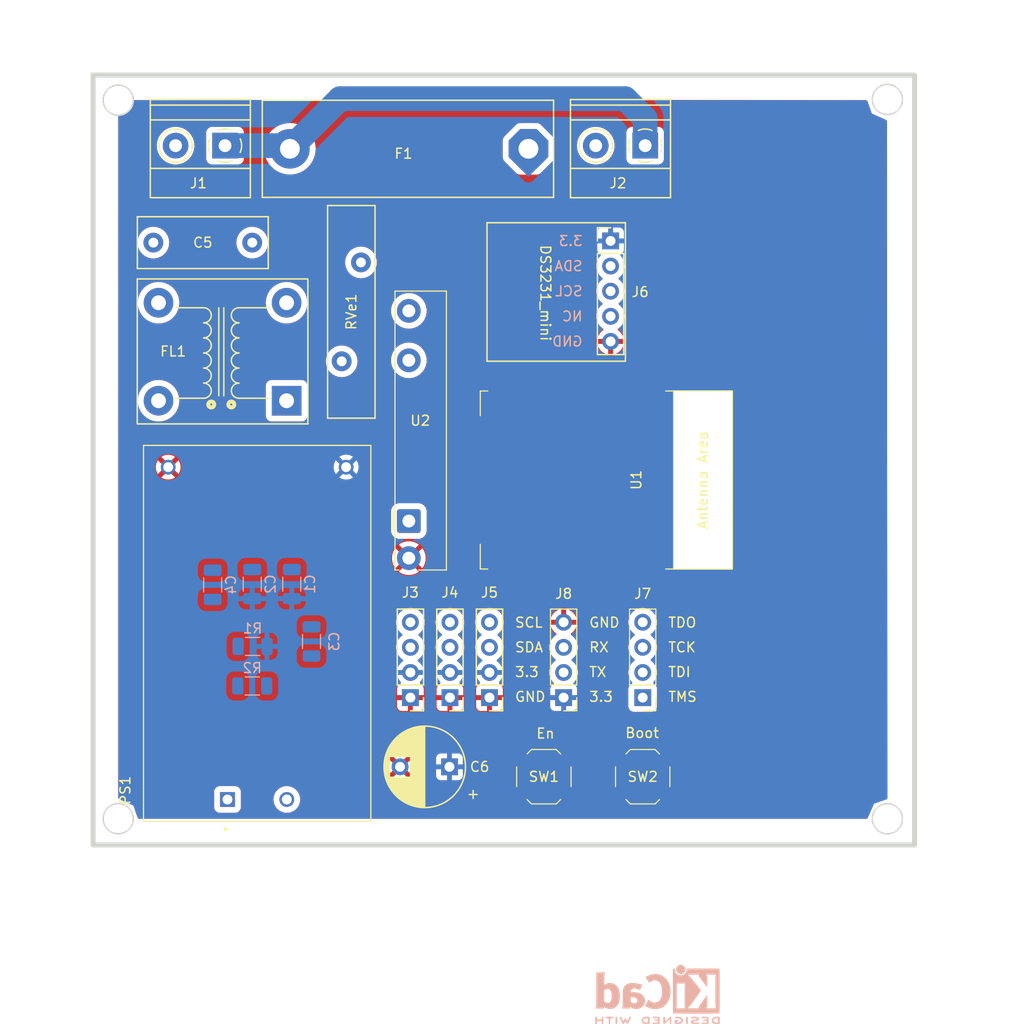
<source format=kicad_pcb>
(kicad_pcb (version 20221018) (generator pcbnew)
  (title_block (title "IOTV_ID-5") (date "2023-03-20") (company "Вербкин М.С."))
  (layers (0 "F.Cu" signal) (31 "B.Cu" signal) (34 "B.Paste" user) (35 "F.Paste" user) (36 "B.SilkS" user "B.Silkscreen") (37 "F.SilkS" user "F.Silkscreen") (38 "B.Mask" user) (39 "F.Mask" user) (44 "Edge.Cuts" user))
  (net 0 "")
  (net 1 "GND")
  (net 2 "+3.3V")
  (net 3 "~220")
  (net 4 "EN")
  (net 5 "Net-(C4-Pad1)")
  (net 6 "SDA")
  (net 7 "SCL")
  (net 8 "SSD-1")
  (net 9 "Net-(J1-Pin_1)")
  (net 10 "Net-(PS1-AC2)")
  (net 11 "Net-(PS1-AC1)")
  (net 12 "SSD-2")
  (net 13 "TMS")
  (net 17 "TDI")
  (net 24 "TCK")
  (net 25 "TDO")
  (net 26 "U0TX")
  (net 27 "U0RX")
  (net 29 "GPIO0")
  (net 36 "GPIO34")
  (footprint "Capacitor_THT:C_Rect_L13.0mm_W5.0mm_P10.00mm_FKS3_FKP3_MKS4" (layer "F.Cu") (at 117.694 65.204 180)
    (fp_text reference "C5" (at 5 0) (layer "F.SilkS"))
    (fp_text value "C_Generic")
    (pad "1" thru_hole circle (at 0 0 180) (size 2 2) (drill 1) (layers "*.Cu" "*.Mask") (net 3 "~220"))
    (pad "2" thru_hole circle (at 10 0 180) (size 2 2) (drill 1) (layers "*.Cu" "*.Mask") (net 8 "SSD-1"))
  )
  (footprint "Connector_PinHeader_2.54mm:PinHeader_1x04_P2.54mm_Vertical" (layer "F.Cu") (at 149.194 111.204 180)
    (fp_text reference "J8" (at 0 10.5) (layer "F.SilkS"))
    (fp_text value "UART")
    (pad "1" thru_hole rect (at 0 0 180) (size 1.7 1.7) (drill 1) (layers "*.Cu" "*.Mask") (net 2 "+3.3V"))
    (pad "2" thru_hole oval (at 0 2.54 180) (size 1.7 1.7) (drill 1) (layers "*.Cu" "*.Mask") (net 26 "U0TX"))
    (pad "3" thru_hole oval (at 0 5.08 180) (size 1.7 1.7) (drill 1) (layers "*.Cu" "*.Mask") (net 27 "U0RX"))
    (pad "4" thru_hole oval (at 0 7.62 180) (size 1.7 1.7) (drill 1) (layers "*.Cu" "*.Mask") (net 1 "GND"))
  )
  (footprint "Espressif:ESP32-WROOM-32E" (layer "F.Cu") (at 151.764 89.204 -90)
    (fp_text reference "U1" (at 0 -4.782 90) (layer "F.SilkS"))
    (fp_text value "ESP32-WROOM-E")
    (fp_text user "Antenna Area" (at 0 -11.5 90) (layer "F.SilkS"))
    (pad "1" smd rect (at -8.75 -7.01 270) (size 1.5 0.9) (layers "F.Cu" "F.Paste" "F.Mask") (net 1 "GND"))
    (pad "2" smd rect (at -8.75 -5.74 270) (size 1.5 0.9) (layers "F.Cu" "F.Paste" "F.Mask") (net 2 "+3.3V"))
    (pad "3" smd rect (at -8.75 -4.47 270) (size 1.5 0.9) (layers "F.Cu" "F.Paste" "F.Mask") (net 4 "EN"))
    (pad "4" smd rect (at -8.75 -3.2 270) (size 1.5 0.9) (layers "F.Cu" "F.Paste" "F.Mask"))
    (pad "5" smd rect (at -8.75 -1.93 270) (size 1.5 0.9) (layers "F.Cu" "F.Paste" "F.Mask"))
    (pad "6" smd rect (at -8.75 -0.66 270) (size 1.5 0.9) (layers "F.Cu" "F.Paste" "F.Mask") (net 36 "GPIO34"))
    (pad "7" smd rect (at -8.75 0.61 270) (size 1.5 0.9) (layers "F.Cu" "F.Paste" "F.Mask"))
    (pad "8" smd rect (at -8.75 1.88 270) (size 1.5 0.9) (layers "F.Cu" "F.Paste" "F.Mask"))
    (pad "9" smd rect (at -8.75 3.15 270) (size 1.5 0.9) (layers "F.Cu" "F.Paste" "F.Mask"))
    (pad "10" smd rect (at -8.75 4.42 270) (size 1.5 0.9) (layers "F.Cu" "F.Paste" "F.Mask"))
    (pad "11" smd rect (at -8.75 5.69 270) (size 1.5 0.9) (layers "F.Cu" "F.Paste" "F.Mask"))
    (pad "12" smd rect (at -8.75 6.96 270) (size 1.5 0.9) (layers "F.Cu" "F.Paste" "F.Mask"))
    (pad "13" smd rect (at -8.75 8.23 270) (size 1.5 0.9) (layers "F.Cu" "F.Paste" "F.Mask") (net 13 "TMS"))
    (pad "14" smd rect (at -8.75 9.5 270) (size 1.5 0.9) (layers "F.Cu" "F.Paste" "F.Mask") (net 17 "TDI"))
    (pad "15" smd rect (at -5.72 10.75) (size 1.5 0.9) (layers "F.Cu" "F.Paste" "F.Mask") (net 1 "GND"))
    (pad "16" smd rect (at -4.45 10.75) (size 1.5 0.9) (layers "F.Cu" "F.Paste" "F.Mask") (net 24 "TCK"))
    (pad "17" smd rect (at -3.18 10.75) (size 1.5 0.9) (layers "F.Cu" "F.Paste" "F.Mask"))
    (pad "18" smd rect (at -1.91 10.75) (size 1.5 0.9) (layers "F.Cu" "F.Paste" "F.Mask"))
    (pad "19" smd rect (at -0.64 10.75) (size 1.5 0.9) (layers "F.Cu" "F.Paste" "F.Mask"))
    (pad "20" smd rect (at 0.63 10.75) (size 1.5 0.9) (layers "F.Cu" "F.Paste" "F.Mask"))
    (pad "21" smd rect (at 1.9 10.75) (size 1.5 0.9) (layers "F.Cu" "F.Paste" "F.Mask"))
    (pad "22" smd rect (at 3.17 10.75) (size 1.5 0.9) (layers "F.Cu" "F.Paste" "F.Mask"))
    (pad "23" smd rect (at 4.44 10.75) (size 1.5 0.9) (layers "F.Cu" "F.Paste" "F.Mask") (net 25 "TDO"))
    (pad "24" smd rect (at 5.71 10.75) (size 1.5 0.9) (layers "F.Cu" "F.Paste" "F.Mask"))
    (pad "25" smd rect (at 8.75 9.5 90) (size 1.5 0.9) (layers "F.Cu" "F.Paste" "F.Mask") (net 29 "GPIO0"))
    (pad "26" smd rect (at 8.75 8.23 90) (size 1.5 0.9) (layers "F.Cu" "F.Paste" "F.Mask"))
    (pad "27" smd rect (at 8.75 6.96 90) (size 1.5 0.9) (layers "F.Cu" "F.Paste" "F.Mask"))
    (pad "28" smd rect (at 8.75 5.69 90) (size 1.5 0.9) (layers "F.Cu" "F.Paste" "F.Mask"))
    (pad "29" smd rect (at 8.75 4.42 90) (size 1.5 0.9) (layers "F.Cu" "F.Paste" "F.Mask"))
    (pad "30" smd rect (at 8.75 3.15 90) (size 1.5 0.9) (layers "F.Cu" "F.Paste" "F.Mask"))
    (pad "31" smd rect (at 8.75 1.88 90) (size 1.5 0.9) (layers "F.Cu" "F.Paste" "F.Mask"))
    (pad "32" smd rect (at 8.75 0.61 90) (size 1.5 0.9) (layers "F.Cu" "F.Paste" "F.Mask"))
    (pad "33" smd rect (at 8.75 -0.66 90) (size 1.5 0.9) (layers "F.Cu" "F.Paste" "F.Mask") (net 6 "SDA"))
    (pad "34" smd rect (at 8.75 -1.93 90) (size 1.5 0.9) (layers "F.Cu" "F.Paste" "F.Mask") (net 27 "U0RX"))
    (pad "35" smd rect (at 8.75 -3.2 90) (size 1.5 0.9) (layers "F.Cu" "F.Paste" "F.Mask") (net 26 "U0TX"))
    (pad "36" smd rect (at 8.75 -4.47 90) (size 1.5 0.9) (layers "F.Cu" "F.Paste" "F.Mask") (net 7 "SCL"))
    (pad "37" smd rect (at 8.75 -5.74 90) (size 1.5 0.9) (layers "F.Cu" "F.Paste" "F.Mask"))
    (pad "38" smd rect (at 8.75 -7.01 90) (size 1.5 0.9) (layers "F.Cu" "F.Paste" "F.Mask") (net 1 "GND"))
    (pad "39" smd rect (at -2.9 -0.69 90) (size 0.9 0.9) (layers "F.Cu" "F.Paste" "F.Mask") (net 1 "GND"))
    (pad "39" smd rect (at -2.9 -0.69 90) (size 0.9 0.9) (layers "F.Cu" "F.Paste" "F.Mask") (net 1 "GND"))
    (pad "39" smd rect (at -2.9 0.71 90) (size 0.9 0.9) (layers "F.Cu" "F.Paste" "F.Mask") (net 1 "GND"))
    (pad "39" smd rect (at -2.9 2.11 90) (size 0.9 0.9) (layers "F.Cu" "F.Paste" "F.Mask") (net 1 "GND"))
    (pad "39" smd rect (at -2.9 2.11 90) (size 0.9 0.9) (layers "F.Cu" "F.Paste" "F.Mask") (net 1 "GND"))
    (pad "39" smd rect (at -1.5 -0.69 90) (size 0.9 0.9) (layers "F.Cu" "F.Paste" "F.Mask") (net 1 "GND"))
    (pad "39" smd rect (at -1.5 0.71 90) (size 0.9 0.9) (layers "F.Cu" "F.Paste" "F.Mask") (net 1 "GND"))
    (pad "39" smd rect (at -1.5 2.11 90) (size 0.9 0.9) (layers "F.Cu" "F.Paste" "F.Mask") (net 1 "GND"))
    (pad "39" smd rect (at -1.5 2.11 90) (size 0.9 0.9) (layers "F.Cu" "F.Paste" "F.Mask") (net 1 "GND"))
    (pad "39" smd rect (at -0.1 -0.69 90) (size 0.9 0.9) (layers "F.Cu" "F.Paste" "F.Mask") (net 1 "GND"))
    (pad "39" smd rect (at -0.1 0.71 90) (size 0.9 0.9) (layers "F.Cu" "F.Paste" "F.Mask") (net 1 "GND"))
    (pad "39" smd rect (at -0.1 2.11 90) (size 0.9 0.9) (layers "F.Cu" "F.Paste" "F.Mask") (net 1 "GND"))
    (zone (net 0) (net_name "") (layers "*.Cu") (name "antenna keepout") (connect_pads (clearance 0)) (min_thickness 0.254)
      (keepout (tracks not_allowed) (vias not_allowed) (pads not_allowed) (copperpour not_allowed) (footprints not_allowed))
      (fill (thermal_gap 0.508) (thermal_bridge_width 0.508))
      (polygon (pts (xy 160.314 98.204) (xy 160.314 80.204) (xy 166.264 80.204) (xy 166.264 98.204)))
    )
  )
  (footprint "Button_Switch_SMD:SW_SPST_TL3342" (layer "F.Cu") (at 157.194 119.204)
    (fp_text reference "SW2" (at 0 0) (layer "F.SilkS"))
    (fp_text value "Boot")
    (pad "1" smd rect (at -3.15 -1.9) (size 1.7 1) (layers "F.Cu" "F.Paste" "F.Mask") (net 29 "GPIO0"))
    (pad "1" smd rect (at 3.15 -1.9) (size 1.7 1) (layers "F.Cu" "F.Paste" "F.Mask") (net 29 "GPIO0"))
    (pad "2" smd rect (at -3.15 1.9) (size 1.7 1) (layers "F.Cu" "F.Paste" "F.Mask") (net 1 "GND"))
    (pad "2" smd rect (at 3.15 1.9) (size 1.7 1) (layers "F.Cu" "F.Paste" "F.Mask") (net 1 "GND"))
  )
  (footprint "Connector_PinHeader_2.54mm:PinHeader_1x04_P2.54mm_Vertical" (layer "F.Cu") (at 133.694 111.204 180)
    (fp_text reference "J3" (at 0 10.62 180) (layer "F.SilkS"))
    (fp_text value "Conn_01x04")
    (pad "1" thru_hole rect (at 0 0 180) (size 1.7 1.7) (drill 1) (layers "*.Cu" "*.Mask") (net 1 "GND"))
    (pad "2" thru_hole oval (at 0 2.54 180) (size 1.7 1.7) (drill 1) (layers "*.Cu" "*.Mask") (net 2 "+3.3V"))
    (pad "3" thru_hole oval (at 0 5.08 180) (size 1.7 1.7) (drill 1) (layers "*.Cu" "*.Mask") (net 6 "SDA"))
    (pad "4" thru_hole oval (at 0 7.62 180) (size 1.7 1.7) (drill 1) (layers "*.Cu" "*.Mask") (net 7 "SCL"))
  )
  (footprint "OptoDevice:Finder_34.81" (layer "F.Cu") (at 133.5365 93.354 90)
    (fp_text reference "U2" (at 10.15 1.1575 180) (layer "F.SilkS"))
    (fp_text value "G7DA-28 (Z)D3 8A/240V (3-32V)")
    (pad "11" thru_hole circle (at 16.25 0 90) (size 2.4 2.4) (drill 1.3) (layers "*.Cu" "*.Mask") (net 8 "SSD-1"))
    (pad "14" thru_hole circle (at 21.25 0 90) (size 2.4 2.4) (drill 1.3) (layers "*.Cu" "*.Mask") (net 12 "SSD-2"))
    (pad "A1" thru_hole roundrect (at 0 0 90) (size 2.4 2.4) (drill 1.3) (layers "*.Cu" "*.Mask") (roundrect_rratio 0.104) (net 36 "GPIO34"))
    (pad "A2" thru_hole circle (at -3.75 0 90) (size 2.4 2.4) (drill 1.3) (layers "*.Cu" "*.Mask") (net 1 "GND"))
  )
  (footprint "Connector_PinHeader_2.54mm:PinHeader_1x04_P2.54mm_Vertical" (layer "F.Cu") (at 141.694 111.204 180)
    (fp_text reference "J5" (at 0 10.62 180) (layer "F.SilkS"))
    (fp_text value "Conn_01x04")
    (pad "1" thru_hole rect (at 0 0 180) (size 1.7 1.7) (drill 1) (layers "*.Cu" "*.Mask") (net 1 "GND"))
    (pad "2" thru_hole oval (at 0 2.54 180) (size 1.7 1.7) (drill 1) (layers "*.Cu" "*.Mask") (net 2 "+3.3V"))
    (pad "3" thru_hole oval (at 0 5.08 180) (size 1.7 1.7) (drill 1) (layers "*.Cu" "*.Mask") (net 6 "SDA"))
    (pad "4" thru_hole oval (at 0 7.62 180) (size 1.7 1.7) (drill 1) (layers "*.Cu" "*.Mask") (net 7 "SCL"))
  )
  (footprint "Fuse:Fuseholder_Cylinder-5x20mm_Schurter_0031_8201_Horizontal_Open_v2" (layer "F.Cu") (at 121.506 55.719)
    (fp_text reference "F1" (at 11.489 0.485) (layer "F.SilkS"))
    (fp_text value "0.5")
    (pad "1" thru_hole circle (at 0 0) (size 4 4) (drill 2) (layers "*.Cu" "*.Mask") (net 9 "Net-(J1-Pin_1)"))
    (pad "2" thru_hole custom (at 24.13 0) (size 4 4) (drill 2) (layers "*.Cu" "*.Mask") (net 3 "~220") (options (clearance convexhull) (anchor circle)) (primitives (gr_poly (pts (xy 1.95 0.807717) (xy 0.807717 1.95) (xy -0.807717 1.95) (xy -1.95 0.807717) (xy -1.95 -0.807717) (xy -0.807717 -1.95) (xy 0.807717 -1.95) (xy 1.95 -0.807717)) (width 0.1) (fill yes))))
  )
  (footprint "HLK-5M05:CONV_HLK-5M05" (layer "F.Cu") (at 118.194 104.704 90)
    (fp_text reference "PS1" (at -15.875 -13.335 90) (layer "F.SilkS"))
    (fp_text value "HLK-5M05")
    (pad "1" thru_hole rect (at -16.8 -3 90) (size 1.5 1.5) (drill 1) (layers "*.Cu" "*.Mask") (net 11 "Net-(PS1-AC1)"))
    (pad "2" thru_hole circle (at -16.8 3 90) (size 1.5 1.5) (drill 1) (layers "*.Cu" "*.Mask") (net 10 "Net-(PS1-AC2)"))
    (pad "3" thru_hole circle (at 16.8 -9 90) (size 1.5 1.5) (drill 1) (layers "*.Cu" "*.Mask") (net 1 "GND"))
    (pad "4" thru_hole circle (at 16.8 9 90) (size 1.5 1.5) (drill 1) (layers "*.Cu" "*.Mask") (net 2 "+3.3V"))
  )
  (footprint "TerminalBlock_Phoenix:TerminalBlock_Phoenix_MKDS-1,5-2_1x02_P5.00mm_Horizontal" (layer "F.Cu") (at 114.944 55.399 180)
    (fp_text reference "J1" (at 2.691 -3.805) (layer "F.SilkS"))
    (fp_text value "Screw_Terminal_01x02")
    (pad "1" thru_hole rect (at 0 0 180) (size 2.6 2.6) (drill 1.3) (layers "*.Cu" "*.Mask") (net 9 "Net-(J1-Pin_1)"))
    (pad "2" thru_hole circle (at 5 0 180) (size 2.6 2.6) (drill 1.3) (layers "*.Cu" "*.Mask") (net 8 "SSD-1"))
  )
  (footprint "Connector_PinHeader_2.54mm:PinHeader_1x04_P2.54mm_Vertical" (layer "F.Cu") (at 137.694 111.204 180)
    (fp_text reference "J4" (at 0 10.62 180) (layer "F.SilkS"))
    (fp_text value "Conn_01x04")
    (pad "1" thru_hole rect (at 0 0 180) (size 1.7 1.7) (drill 1) (layers "*.Cu" "*.Mask") (net 1 "GND"))
    (pad "2" thru_hole oval (at 0 2.54 180) (size 1.7 1.7) (drill 1) (layers "*.Cu" "*.Mask") (net 2 "+3.3V"))
    (pad "3" thru_hole oval (at 0 5.08 180) (size 1.7 1.7) (drill 1) (layers "*.Cu" "*.Mask") (net 6 "SDA"))
    (pad "4" thru_hole oval (at 0 7.62 180) (size 1.7 1.7) (drill 1) (layers "*.Cu" "*.Mask") (net 7 "SCL"))
  )
  (footprint "Button_Switch_SMD:SW_SPST_TL3342" (layer "F.Cu") (at 147.194 119.204)
    (fp_text reference "SW1" (at 0 0) (layer "F.SilkS"))
    (fp_text value "RST")
    (pad "1" smd rect (at -3.15 -1.9) (size 1.7 1) (layers "F.Cu" "F.Paste" "F.Mask") (net 5 "Net-(C4-Pad1)"))
    (pad "1" smd rect (at 3.15 -1.9) (size 1.7 1) (layers "F.Cu" "F.Paste" "F.Mask") (net 5 "Net-(C4-Pad1)"))
    (pad "2" smd rect (at -3.15 1.9) (size 1.7 1) (layers "F.Cu" "F.Paste" "F.Mask") (net 1 "GND"))
    (pad "2" smd rect (at 3.15 1.9) (size 1.7 1) (layers "F.Cu" "F.Paste" "F.Mask") (net 1 "GND"))
  )
  (footprint "Capacitor_THT:CP_Radial_D8.0mm_P5.00mm" (layer "F.Cu") (at 137.647 118.204 180)
    (fp_text reference "C6" (at -3.047 0 180) (layer "F.SilkS"))
    (fp_text value "C_Generic")
    (pad "1" thru_hole rect (at 0 0 180) (size 1.7 1.7) (drill 1) (layers "*.Cu" "*.Mask") (net 2 "+3.3V"))
    (pad "2" thru_hole circle (at 5 0 180) (size 1.7 1.7) (drill 1) (layers "*.Cu" "*.Mask") (net 1 "GND"))
  )
  (footprint "PCM_Inductor_THT_AKL:L_CommonMode_Toroid_Vertical_10x13mm" (layer "F.Cu") (at 121.171 81.18875 180)
    (fp_text reference "FL1" (at 11.477 4.98475 180) (layer "F.SilkS"))
    (fp_text value "Filter_EMI_LL" hide)
    (pad "1" thru_hole rect (at 0 0 180) (size 3 3) (drill 1.5) (layers "*.Cu" "*.Mask") (net 10 "Net-(PS1-AC2)"))
    (pad "2" thru_hole circle (at 0 9.906 180) (size 3 3) (drill 1.5) (layers "*.Cu" "*.Mask") (net 3 "~220"))
    (pad "3" thru_hole circle (at 12.954 9.906 180) (size 3 3) (drill 1.5) (layers "*.Cu" "*.Mask") (net 8 "SSD-1"))
    (pad "4" thru_hole circle (at 12.954 0 180) (size 3 3) (drill 1.5) (layers "*.Cu" "*.Mask") (net 11 "Net-(PS1-AC1)"))
  )
  (footprint "TerminalBlock_Phoenix:TerminalBlock_Phoenix_MKDS-1,5-2_1x02_P5.00mm_Horizontal" (layer "F.Cu") (at 157.464 55.379 180)
    (fp_text reference "J2" (at 2.77 -3.825 180) (layer "F.SilkS"))
    (fp_text value "Screw_Terminal_01x02")
    (pad "1" thru_hole rect (at 0.02 -0.02 180) (size 2.6 2.6) (drill 1.3) (layers "*.Cu" "*.Mask") (net 9 "Net-(J1-Pin_1)"))
    (pad "2" thru_hole circle (at 5.02 -0.02 180) (size 2.6 2.6) (drill 1.3) (layers "*.Cu" "*.Mask") (net 12 "SSD-2"))
  )
  (footprint "Connector_PinHeader_2.54mm:PinHeader_1x05_P2.54mm_Vertical" (layer "F.Cu") (at 153.944 65.034)
    (fp_text reference "J6" (at 3 5.16 180) (layer "F.SilkS"))
    (fp_text value "Conn_01x05")
    (pad "1" thru_hole rect (at 0 0) (size 1.7 1.7) (drill 1) (layers "*.Cu" "*.Mask") (net 2 "+3.3V"))
    (pad "2" thru_hole oval (at 0 2.54) (size 1.7 1.7) (drill 1) (layers "*.Cu" "*.Mask") (net 6 "SDA"))
    (pad "3" thru_hole oval (at 0 5.08) (size 1.7 1.7) (drill 1) (layers "*.Cu" "*.Mask") (net 7 "SCL"))
    (pad "4" thru_hole oval (at 0 7.62) (size 1.7 1.7) (drill 1) (layers "*.Cu" "*.Mask"))
    (pad "5" thru_hole oval (at 0 10.16) (size 1.7 1.7) (drill 1) (layers "*.Cu" "*.Mask") (net 1 "GND"))
  )
  (footprint "Varistor:RV_Disc_D21.5mm_W4.8mm_P10mm" (layer "F.Cu") (at 128.694 67.204 -90)
    (fp_text reference "RVe1" (at 5 0.975 90) (layer "F.SilkS"))
    (fp_text value "Varistor")
    (pad "1" thru_hole circle (at 0 0 270) (size 2 2) (drill 1) (layers "*.Cu" "*.Mask") (net 3 "~220"))
    (pad "2" thru_hole circle (at 10 1.95 270) (size 2 2) (drill 1) (layers "*.Cu" "*.Mask") (net 8 "SSD-1"))
  )
  (footprint "Connector_PinHeader_2.54mm:PinHeader_1x04_P2.54mm_Vertical" (layer "F.Cu") (at 157.194 111.204 180)
    (fp_text reference "J7" (at 0 10.5) (layer "F.SilkS"))
    (fp_text value "JTAG")
    (pad "1" thru_hole rect (at 0 0 180) (size 1.7 1.7) (drill 1) (layers "*.Cu" "*.Mask") (net 13 "TMS"))
    (pad "2" thru_hole oval (at 0 2.54 180) (size 1.7 1.7) (drill 1) (layers "*.Cu" "*.Mask") (net 17 "TDI"))
    (pad "3" thru_hole oval (at 0 5.08 180) (size 1.7 1.7) (drill 1) (layers "*.Cu" "*.Mask") (net 24 "TCK"))
    (pad "4" thru_hole oval (at 0 7.62 180) (size 1.7 1.7) (drill 1) (layers "*.Cu" "*.Mask") (net 25 "TDO"))
  )
  (footprint "Symbol:KiCad-Logo2_5mm_SilkScreen" (layer "B.Cu") (at 158.694 141.204 180)
    (fp_text reference "REF**" hide)
    (fp_text value "KiCad-Logo2_5mm_SilkScreen" hide)
  )
  (footprint "Capacitor_SMD:C_1206_3216Metric" (layer "B.Cu") (at 121.694 99.729 90)
    (fp_text reference "C1" (at 0 1.85 90) (layer "B.SilkS") (effects (justify mirror)))
    (fp_text value "C_Generic")
    (pad "1" smd roundrect (at -1.475 0 90) (size 1.15 1.8) (layers "B.Cu" "B.Paste" "B.Mask") (roundrect_rratio 0.217391) (net 2 "+3.3V"))
    (pad "2" smd roundrect (at 1.475 0 90) (size 1.15 1.8) (layers "B.Cu" "B.Paste" "B.Mask") (roundrect_rratio 0.217391) (net 1 "GND"))
  )
  (footprint "Capacitor_SMD:C_1206_3216Metric" (layer "B.Cu") (at 113.694 99.804 90)
    (fp_text reference "C4" (at 0 1.85 90) (layer "B.SilkS") (effects (justify mirror)))
    (fp_text value "C_Generic")
    (pad "1" smd roundrect (at -1.475 0 90) (size 1.15 1.8) (layers "B.Cu" "B.Paste" "B.Mask") (roundrect_rratio 0.217391) (net 5 "Net-(C4-Pad1)"))
    (pad "2" smd roundrect (at 1.475 0 90) (size 1.15 1.8) (layers "B.Cu" "B.Paste" "B.Mask") (roundrect_rratio 0.217391) (net 1 "GND"))
  )
  (footprint "Resistor_SMD:R_1206_3216Metric" (layer "B.Cu") (at 117.694 110.029 180)
    (fp_text reference "R2" (at 0 1.82) (layer "B.SilkS") (effects (justify mirror)))
    (fp_text value "?")
    (pad "1" smd roundrect (at -1.4625 0 180) (size 1.125 1.75) (layers "B.Cu" "B.Paste" "B.Mask") (roundrect_rratio 0.222222) (net 5 "Net-(C4-Pad1)"))
    (pad "2" smd roundrect (at 1.4625 0 180) (size 1.125 1.75) (layers "B.Cu" "B.Paste" "B.Mask") (roundrect_rratio 0.222222) (net 4 "EN"))
  )
  (footprint "Resistor_SMD:R_1206_3216Metric" (layer "B.Cu") (at 117.7315 106.029 180)
    (fp_text reference "R1" (at 0 1.82) (layer "B.SilkS") (effects (justify mirror)))
    (fp_text value "10K")
    (pad "1" smd roundrect (at -1.4625 0 180) (size 1.125 1.75) (layers "B.Cu" "B.Paste" "B.Mask") (roundrect_rratio 0.222222) (net 2 "+3.3V"))
    (pad "2" smd roundrect (at 1.4625 0 180) (size 1.125 1.75) (layers "B.Cu" "B.Paste" "B.Mask") (roundrect_rratio 0.222222) (net 4 "EN"))
  )
  (footprint "Capacitor_SMD:C_1206_3216Metric" (layer "B.Cu") (at 117.694 99.729 90)
    (fp_text reference "C2" (at 0 1.85 90) (layer "B.SilkS") (effects (justify mirror)))
    (fp_text value "C_Generic")
    (pad "1" smd roundrect (at -1.475 0 90) (size 1.15 1.8) (layers "B.Cu" "B.Paste" "B.Mask") (roundrect_rratio 0.217391) (net 2 "+3.3V"))
    (pad "2" smd roundrect (at 1.475 0 90) (size 1.15 1.8) (layers "B.Cu" "B.Paste" "B.Mask") (roundrect_rratio 0.217391) (net 1 "GND"))
  )
  (footprint "Capacitor_SMD:C_1206_3216Metric" (layer "B.Cu") (at 123.694 105.529 -90)
    (fp_text reference "C3" (at 0 -2.3 90) (layer "B.SilkS") (effects (justify mirror)))
    (fp_text value "C_Generic")
    (pad "1" smd roundrect (at -1.475 0 270) (size 1.15 1.8) (layers "B.Cu" "B.Paste" "B.Mask") (roundrect_rratio 0.217391) (net 4 "EN"))
    (pad "2" smd roundrect (at 1.475 0 270) (size 1.15 1.8) (layers "B.Cu" "B.Paste" "B.Mask") (roundrect_rratio 0.217391) (net 1 "GND"))
  )
  (gr_line (start 141.444 63.194) (end 155.444 63.194) (stroke (width 0.15)) (layer "F.SilkS"))
  (gr_line (start 155.444 77.194) (end 141.444 77.194) (stroke (width 0.15)) (layer "F.SilkS"))
  (gr_line (start 155.444 63.194) (end 155.444 77.194) (stroke (width 0.15)) (layer "F.SilkS"))
  (gr_line (start 141.444 77.194) (end 141.444 63.194) (stroke (width 0.15)) (layer "F.SilkS"))
  (gr_circle (center 104.14 123.444) (end 105.664 123.444) (stroke (width 0.15)) (fill none) (layer "Edge.Cuts"))
  (gr_rect (start 101.6 48.26) (end 184.694 126.104) (stroke (width 0.5)) (fill none) (layer "Edge.Cuts"))
  (gr_circle (center 104.14 50.8) (end 105.664 50.8) (stroke (width 0.15)) (fill none) (layer "Edge.Cuts"))
  (gr_circle (center 181.944 123.454) (end 183.468 123.454) (stroke (width 0.15)) (fill none) (layer "Edge.Cuts"))
  (gr_circle (center 181.944 50.728) (end 183.468 50.728) (stroke (width 0.15)) (fill none) (layer "Edge.Cuts"))
  (gr_text "SCL" (at 151.194 70.704) (layer "B.SilkS") (effects (font (size 1 1)) (justify left bottom mirror)))
  (gr_text "SDA" (at 151.194 68.164) (layer "B.SilkS") (effects (font (size 1 1)) (justify left bottom mirror)))
  (gr_text "3.3" (at 151.194 65.624) (layer "B.SilkS") (effects (font (size 1 1)) (justify left bottom mirror)))
  (gr_text "GND" (at 151.194 75.784) (layer "B.SilkS") (effects (font (size 1 1)) (justify left bottom mirror)))
  (gr_text "NC" (at 151.194 73.244) (layer "B.SilkS") (effects (font (size 1 1)) (justify left bottom mirror)))
  (gr_text "RX" (at 151.694 106.704) (layer "F.SilkS") (effects (font (size 1 1)) (justify left bottom)))
  (gr_text "3.3" (at 151.694 111.704) (layer "F.SilkS") (effects (font (size 1 1)) (justify left bottom)))
  (gr_text "Boot" (at 155.3464 115.3668) (layer "F.SilkS") (effects (font (size 1 1)) (justify left bottom)))
  (gr_text "GND" (at 151.694 104.204) (layer "F.SilkS") (effects (font (size 1 1)) (justify left bottom)))
  (gr_text "SDA" (at 144.194 106.704) (layer "F.SilkS") (effects (font (size 1 1)) (justify left bottom)))
  (gr_text "GND" (at 144.194 111.704) (layer "F.SilkS") (effects (font (size 1 1)) (justify left bottom)))
  (gr_text "3.3" (at 144.194 109.204) (layer "F.SilkS") (effects (font (size 1 1)) (justify left bottom)))
  (gr_text "TCK" (at 159.694 106.704) (layer "F.SilkS") (effects (font (size 1 1)) (justify left bottom)))
  (gr_text "SCL" (at 144.194 104.204) (layer "F.SilkS") (effects (font (size 1 1)) (justify left bottom)))
  (gr_text "En" (at 146.3548 115.4176) (layer "F.SilkS") (effects (font (size 1 1)) (justify left bottom)))
  (gr_text "TX" (at 151.694 109.204) (layer "F.SilkS") (effects (font (size 1 1)) (justify left bottom)))
  (gr_text "TDI" (at 159.694 109.204) (layer "F.SilkS") (effects (font (size 1 1)) (justify left bottom)))
  (gr_text "TMS" (at 159.694 111.704) (layer "F.SilkS") (effects (font (size 1 1)) (justify left bottom)))
  (gr_text "TDO" (at 159.694 104.204) (layer "F.SilkS") (effects (font (size 1 1)) (justify left bottom)))
  (gr_text "DS3231_mini" (at 147.3564 70.3008 -90) (layer "F.SilkS") (effects (font (size 1 1))))
  (segment (start 126.577 50.6476) (end 121.506 55.719) (width 2.5) (layer "B.Cu") (net 9))
  (segment (start 121.186 55.399) (end 121.506 55.719) (width 2.5) (layer "B.Cu") (net 9))
  (segment (start 157.444 52.669) (end 155.423 50.6476) (width 2.5) (layer "B.Cu") (net 9))
  (segment (start 114.944 55.399) (end 121.186 55.399) (width 2.5) (layer "B.Cu") (net 9))
  (segment (start 155.423 50.6476) (end 126.577 50.6476) (width 2.5) (layer "B.Cu") (net 9))
  (segment (start 157.444 55.399) (end 157.444 52.669) (width 2.5) (layer "B.Cu") (net 9))
  (zone (net 1) (net_name "GND") (layer "F.Cu") (connect_pads (clearance 0.6)) (min_thickness 0.25) (fill yes (thermal_gap 0.5) (thermal_bridge_width 0.5) (smoothing chamfer))
    (polygon (pts (xy 104.14 50.804) (xy 142.817 50.758495) (xy 181.894 50.804) (xy 181.944 123.454) (xy 104.14 123.454)))
  )
  (zone (net 0) (net_name "") (layers "F&B.Cu") (connect_pads (clearance 0)) (min_thickness 0.25)
    (keepout (tracks allowed) (vias allowed) (pads allowed) (copperpour not_allowed) (footprints allowed))
    (fill (thermal_gap 0.5) (thermal_bridge_width 0.5))
    (polygon (pts (xy 104.144 123.457518) (xy 106.144 123.457518) (xy 105.671518 122.104) (xy 104.144 121.425518)))
  )
  (zone (net 0) (net_name "") (layers "F&B.Cu") (connect_pads (clearance 0)) (min_thickness 0.25)
    (keepout (tracks allowed) (vias allowed) (pads allowed) (copperpour not_allowed) (footprints allowed))
    (fill (thermal_gap 0.5) (thermal_bridge_width 0.5))
    (polygon (pts (xy 181.944 123.454) (xy 181.944 121.454) (xy 180.590482 121.926482) (xy 179.912 123.454)))
  )
  (zone (net 0) (net_name "") (layers "F&B.Cu") (connect_pads (clearance 0)) (min_thickness 0.25)
    (keepout (tracks allowed) (vias allowed) (pads allowed) (copperpour not_allowed) (footprints allowed))
    (fill (thermal_gap 0.5) (thermal_bridge_width 0.5))
    (polygon (pts (xy 181.894 50.804) (xy 179.894 50.804) (xy 180.366482 52.157518) (xy 181.894 52.836)))
  )
  (zone (net 3) (net_name "~220") (layer "B.Cu") (name "$oktizer$") (priority 22222) (connect_pads yes (clearance 0)) (min_thickness 0.1) (fill yes (thermal_gap 0.5) (thermal_bridge_width 0.5) (island_removal_mode 1) (island_area_min 10))
    (polygon (pts (xy 147.636 56.547428) (xy 145.636 58.547428) (xy 143.636 56.547428) (xy 143.636 54.890572) (xy 144.807572 53.719) (xy 146.464428 53.719) (xy 147.636 54.890572)))
  )
  (zone (net 2) (net_name "+3.3V") (layer "B.Cu") (priority 1) (connect_pads (clearance 0.6)) (min_thickness 0.25) (fill yes (thermal_gap 0.5) (thermal_bridge_width 0.5))
    (polygon (pts (xy 104.14 50.8) (xy 181.894 50.804) (xy 181.944 123.454) (xy 104.14 123.454)))
  )
)
</source>
